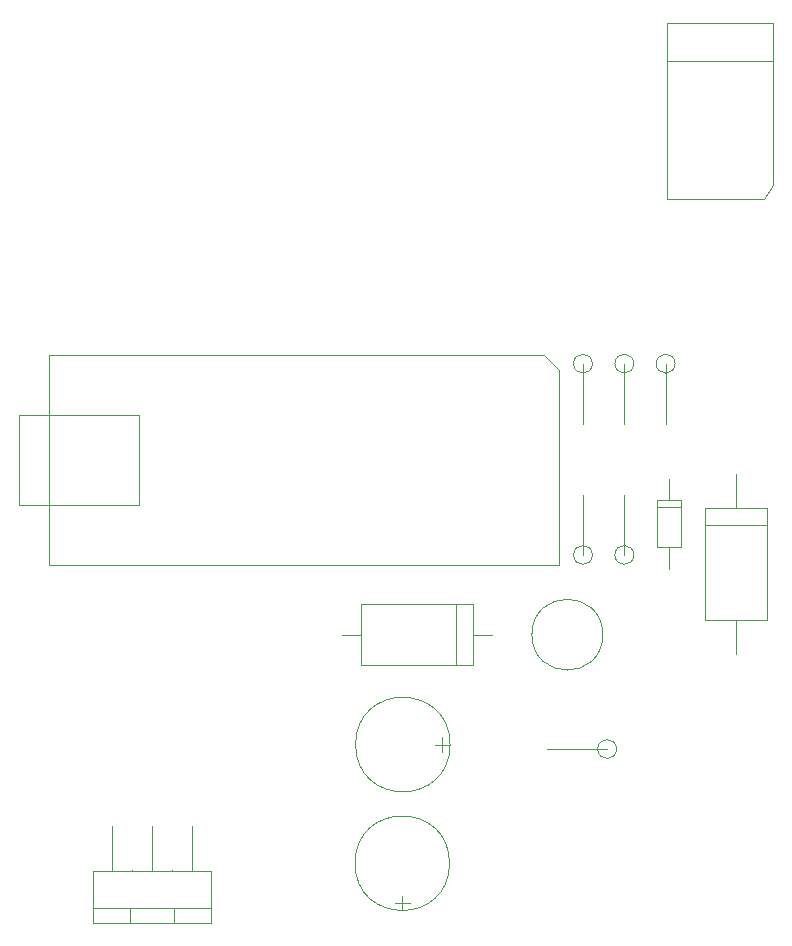
<source format=gbr>
G04 #@! TF.GenerationSoftware,KiCad,Pcbnew,(5.0.0)*
G04 #@! TF.CreationDate,2018-10-11T22:14:57+02:00*
G04 #@! TF.ProjectId,OpenSpritzer_1.2,4F70656E53707269747A65725F312E32,rev?*
G04 #@! TF.SameCoordinates,Original*
G04 #@! TF.FileFunction,Other,Fab,Top*
%FSLAX46Y46*%
G04 Gerber Fmt 4.6, Leading zero omitted, Abs format (unit mm)*
G04 Created by KiCad (PCBNEW (5.0.0)) date 10/11/18 22:14:57*
%MOMM*%
%LPD*%
G01*
G04 APERTURE LIST*
%ADD10C,0.100000*%
%ADD11C,0.150000*%
G04 APERTURE END LIST*
D10*
G04 #@! TO.C,*
X161600000Y-86870000D02*
X161600000Y-73170000D01*
X152600000Y-88050000D02*
X160850000Y-88050000D01*
X152600000Y-73170000D02*
X152600000Y-88050000D01*
X161600000Y-73170000D02*
X152600000Y-73170000D01*
X161600000Y-76350000D02*
X152600000Y-76350000D01*
X161605425Y-86866787D02*
X160850000Y-88050000D01*
X136200000Y-127550000D02*
X136200000Y-122350000D01*
X136200000Y-122350000D02*
X126700000Y-122350000D01*
X126700000Y-122350000D02*
X126700000Y-127550000D01*
X126700000Y-127550000D02*
X136200000Y-127550000D01*
X137800000Y-124950000D02*
X136200000Y-124950000D01*
X125100000Y-124950000D02*
X126700000Y-124950000D01*
X134775000Y-127550000D02*
X134775000Y-122350000D01*
X134200000Y-144300000D02*
G75*
G03X134200000Y-144300000I-4000000J0D01*
G01*
X130200000Y-148250000D02*
X130200000Y-147050000D01*
X129550000Y-147650000D02*
X130850000Y-147650000D01*
X145500000Y-102000000D02*
X145500000Y-107080000D01*
X146300000Y-102000000D02*
G75*
G03X146300000Y-102000000I-800000J0D01*
G01*
X149000000Y-102000000D02*
X149000000Y-107080000D01*
X149800000Y-102000000D02*
G75*
G03X149800000Y-102000000I-800000J0D01*
G01*
X152500000Y-102000000D02*
X152500000Y-107080000D01*
X153300000Y-102000000D02*
G75*
G03X153300000Y-102000000I-800000J0D01*
G01*
X149000000Y-118200000D02*
X149000000Y-113120000D01*
X149800000Y-118200000D02*
G75*
G03X149800000Y-118200000I-800000J0D01*
G01*
X145500000Y-118200000D02*
X145500000Y-113120000D01*
X146300000Y-118200000D02*
G75*
G03X146300000Y-118200000I-800000J0D01*
G01*
X133600000Y-134900000D02*
X133600000Y-133600000D01*
X134200000Y-134250000D02*
X133000000Y-134250000D01*
X134250000Y-134250000D02*
G75*
G03X134250000Y-134250000I-4000000J0D01*
G01*
X147545479Y-134634520D02*
X142465479Y-134634520D01*
X148345479Y-134634520D02*
G75*
G03X148345479Y-134634520I-800000J0D01*
G01*
X107950000Y-106310000D02*
X107950000Y-113930000D01*
X107950000Y-113930000D02*
X97790000Y-113930000D01*
X97790000Y-113930000D02*
X97790000Y-106310000D01*
X97790000Y-106310000D02*
X107950000Y-106310000D01*
X100330000Y-119010000D02*
X100330000Y-101230000D01*
X100330000Y-101230000D02*
X142240000Y-101230000D01*
X142240000Y-101230000D02*
X143510000Y-102500000D01*
X143510000Y-102500000D02*
X143510000Y-119010000D01*
X143510000Y-119010000D02*
X100330000Y-119010000D01*
X153800000Y-113560000D02*
X151800000Y-113560000D01*
X151800000Y-113560000D02*
X151800000Y-117560000D01*
X151800000Y-117560000D02*
X153800000Y-117560000D01*
X153800000Y-117560000D02*
X153800000Y-113560000D01*
X152800000Y-111750000D02*
X152800000Y-113560000D01*
X152800000Y-119370000D02*
X152800000Y-117560000D01*
X153800000Y-114160000D02*
X151800000Y-114160000D01*
X161080000Y-114205000D02*
X155870000Y-114205000D01*
X155870000Y-114205000D02*
X155870000Y-123735000D01*
X155870000Y-123735000D02*
X161080000Y-123735000D01*
X161080000Y-123735000D02*
X161080000Y-114205000D01*
X158475000Y-111350000D02*
X158475000Y-114205000D01*
X158475000Y-126590000D02*
X158475000Y-123735000D01*
X161080000Y-115634500D02*
X155870000Y-115634500D01*
X147175000Y-124950000D02*
G75*
G03X147175000Y-124950000I-3000000J0D01*
G01*
X114000000Y-149350000D02*
X114000000Y-144950000D01*
X114000000Y-144950000D02*
X104000000Y-144950000D01*
X104000000Y-144950000D02*
X104000000Y-149350000D01*
X104000000Y-149350000D02*
X114000000Y-149350000D01*
X114000000Y-148080000D02*
X104000000Y-148080000D01*
X110850000Y-149350000D02*
X110850000Y-148080000D01*
X107150000Y-149350000D02*
X107150000Y-148080000D01*
X112400000Y-144950000D02*
X112400000Y-141150000D01*
X110700000Y-144950000D02*
X110700000Y-144850000D01*
X109000000Y-144950000D02*
X109000000Y-141150000D01*
X107300000Y-144950000D02*
X107300000Y-144850000D01*
X105600000Y-144950000D02*
X105600000Y-141150000D01*
G04 #@! TD*
G04 #@! TO.C,*
D11*
G04 #@! TD*
M02*

</source>
